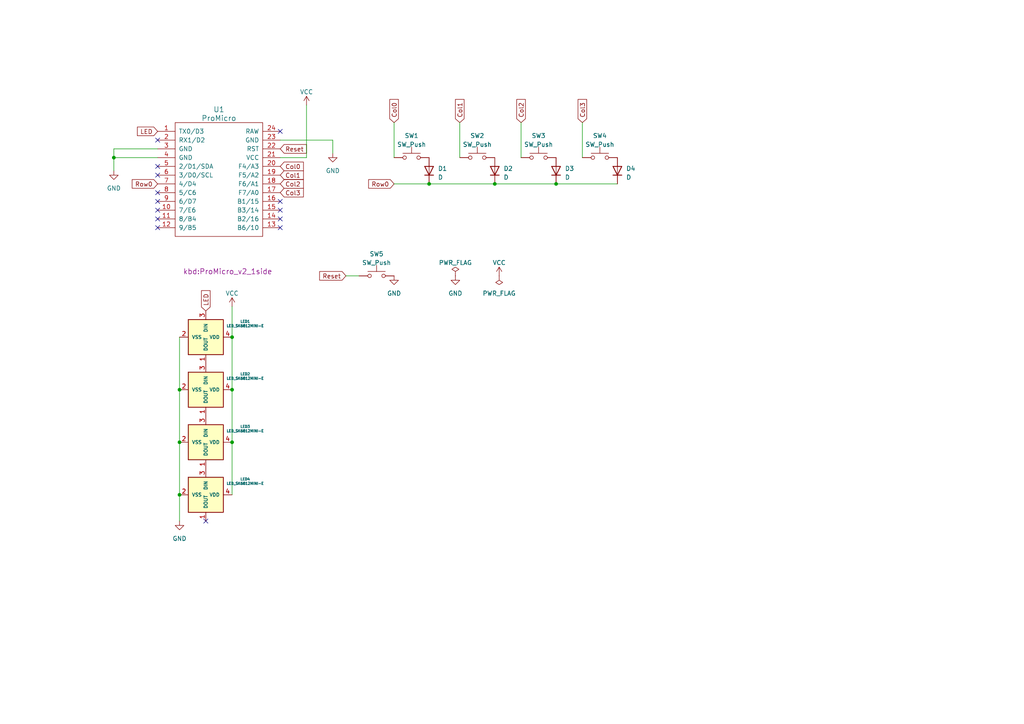
<source format=kicad_sch>
(kicad_sch (version 20230121) (generator eeschema)

  (uuid 09b6d04c-4653-49fa-a591-12dc6561b425)

  (paper "A4")

  (lib_symbols
    (symbol "Device:D" (pin_numbers hide) (pin_names (offset 1.016) hide) (in_bom yes) (on_board yes)
      (property "Reference" "D" (at 0 2.54 0)
        (effects (font (size 1.27 1.27)))
      )
      (property "Value" "D" (at 0 -2.54 0)
        (effects (font (size 1.27 1.27)))
      )
      (property "Footprint" "" (at 0 0 0)
        (effects (font (size 1.27 1.27)) hide)
      )
      (property "Datasheet" "~" (at 0 0 0)
        (effects (font (size 1.27 1.27)) hide)
      )
      (property "Sim.Device" "D" (at 0 0 0)
        (effects (font (size 1.27 1.27)) hide)
      )
      (property "Sim.Pins" "1=K 2=A" (at 0 0 0)
        (effects (font (size 1.27 1.27)) hide)
      )
      (property "ki_keywords" "diode" (at 0 0 0)
        (effects (font (size 1.27 1.27)) hide)
      )
      (property "ki_description" "Diode" (at 0 0 0)
        (effects (font (size 1.27 1.27)) hide)
      )
      (property "ki_fp_filters" "TO-???* *_Diode_* *SingleDiode* D_*" (at 0 0 0)
        (effects (font (size 1.27 1.27)) hide)
      )
      (symbol "D_0_1"
        (polyline
          (pts
            (xy -1.27 1.27)
            (xy -1.27 -1.27)
          )
          (stroke (width 0.254) (type default))
          (fill (type none))
        )
        (polyline
          (pts
            (xy 1.27 0)
            (xy -1.27 0)
          )
          (stroke (width 0) (type default))
          (fill (type none))
        )
        (polyline
          (pts
            (xy 1.27 1.27)
            (xy 1.27 -1.27)
            (xy -1.27 0)
            (xy 1.27 1.27)
          )
          (stroke (width 0.254) (type default))
          (fill (type none))
        )
      )
      (symbol "D_1_1"
        (pin passive line (at -3.81 0 0) (length 2.54)
          (name "K" (effects (font (size 1.27 1.27))))
          (number "1" (effects (font (size 1.27 1.27))))
        )
        (pin passive line (at 3.81 0 180) (length 2.54)
          (name "A" (effects (font (size 1.27 1.27))))
          (number "2" (effects (font (size 1.27 1.27))))
        )
      )
    )
    (symbol "Salicylic_kbd:LED_SK6812MINI-E" (pin_names (offset 1.016)) (in_bom yes) (on_board yes)
      (property "Reference" "LED" (at 5.08 -10.16 0)
        (effects (font (size 0.7366 0.7366)))
      )
      (property "Value" "LED_SK6812MINI-E" (at 8.89 -8.89 0)
        (effects (font (size 0.7366 0.7366)))
      )
      (property "Footprint" "" (at 2.54 -6.35 0)
        (effects (font (size 1.27 1.27)) hide)
      )
      (property "Datasheet" "" (at 2.54 -6.35 0)
        (effects (font (size 1.27 1.27)) hide)
      )
      (symbol "LED_SK6812MINI-E_0_1"
        (rectangle (start -5.08 5.08) (end 5.08 -5.08)
          (stroke (width 0.254) (type solid))
          (fill (type background))
        )
      )
      (symbol "LED_SK6812MINI-E_1_1"
        (pin output line (at 7.62 0 180) (length 2.54)
          (name "DOUT" (effects (font (size 0.9906 0.9906))))
          (number "1" (effects (font (size 1.27 1.27))))
        )
        (pin power_in line (at 0 -7.62 90) (length 2.54)
          (name "VSS" (effects (font (size 0.9906 0.9906))))
          (number "2" (effects (font (size 1.27 1.27))))
        )
        (pin input line (at -7.62 0 0) (length 2.54)
          (name "DIN" (effects (font (size 0.9906 0.9906))))
          (number "3" (effects (font (size 1.27 1.27))))
        )
        (pin power_in line (at 0 7.62 270) (length 2.54)
          (name "VDD" (effects (font (size 0.9906 0.9906))))
          (number "4" (effects (font (size 1.27 1.27))))
        )
      )
    )
    (symbol "Switch:SW_Push" (pin_numbers hide) (pin_names (offset 1.016) hide) (in_bom yes) (on_board yes)
      (property "Reference" "SW" (at 1.27 2.54 0)
        (effects (font (size 1.27 1.27)) (justify left))
      )
      (property "Value" "SW_Push" (at 0 -1.524 0)
        (effects (font (size 1.27 1.27)))
      )
      (property "Footprint" "" (at 0 5.08 0)
        (effects (font (size 1.27 1.27)) hide)
      )
      (property "Datasheet" "~" (at 0 5.08 0)
        (effects (font (size 1.27 1.27)) hide)
      )
      (property "ki_keywords" "switch normally-open pushbutton push-button" (at 0 0 0)
        (effects (font (size 1.27 1.27)) hide)
      )
      (property "ki_description" "Push button switch, generic, two pins" (at 0 0 0)
        (effects (font (size 1.27 1.27)) hide)
      )
      (symbol "SW_Push_0_1"
        (circle (center -2.032 0) (radius 0.508)
          (stroke (width 0) (type default))
          (fill (type none))
        )
        (polyline
          (pts
            (xy 0 1.27)
            (xy 0 3.048)
          )
          (stroke (width 0) (type default))
          (fill (type none))
        )
        (polyline
          (pts
            (xy 2.54 1.27)
            (xy -2.54 1.27)
          )
          (stroke (width 0) (type default))
          (fill (type none))
        )
        (circle (center 2.032 0) (radius 0.508)
          (stroke (width 0) (type default))
          (fill (type none))
        )
        (pin passive line (at -5.08 0 0) (length 2.54)
          (name "1" (effects (font (size 1.27 1.27))))
          (number "1" (effects (font (size 1.27 1.27))))
        )
        (pin passive line (at 5.08 0 180) (length 2.54)
          (name "2" (effects (font (size 1.27 1.27))))
          (number "2" (effects (font (size 1.27 1.27))))
        )
      )
    )
    (symbol "kbd:ProMicro" (pin_names (offset 1.016)) (in_bom yes) (on_board yes)
      (property "Reference" "U" (at 0 19.05 0)
        (effects (font (size 1.524 1.524)))
      )
      (property "Value" "ProMicro" (at 0 -19.05 0)
        (effects (font (size 1.524 1.524)))
      )
      (property "Footprint" "" (at 2.54 -26.67 0)
        (effects (font (size 1.524 1.524)))
      )
      (property "Datasheet" "" (at 2.54 -26.67 0)
        (effects (font (size 1.524 1.524)))
      )
      (symbol "ProMicro_0_1"
        (rectangle (start -12.7 16.51) (end 12.7 -16.51)
          (stroke (width 0) (type solid))
          (fill (type none))
        )
      )
      (symbol "ProMicro_1_1"
        (pin bidirectional line (at -17.78 13.97 0) (length 5.08)
          (name "TX0/D3" (effects (font (size 1.27 1.27))))
          (number "1" (effects (font (size 1.27 1.27))))
        )
        (pin bidirectional line (at -17.78 -8.89 0) (length 5.08)
          (name "7/E6" (effects (font (size 1.27 1.27))))
          (number "10" (effects (font (size 1.27 1.27))))
        )
        (pin bidirectional line (at -17.78 -11.43 0) (length 5.08)
          (name "8/B4" (effects (font (size 1.27 1.27))))
          (number "11" (effects (font (size 1.27 1.27))))
        )
        (pin bidirectional line (at -17.78 -13.97 0) (length 5.08)
          (name "9/B5" (effects (font (size 1.27 1.27))))
          (number "12" (effects (font (size 1.27 1.27))))
        )
        (pin bidirectional line (at 17.78 -13.97 180) (length 5.08)
          (name "B6/10" (effects (font (size 1.27 1.27))))
          (number "13" (effects (font (size 1.27 1.27))))
        )
        (pin bidirectional line (at 17.78 -11.43 180) (length 5.08)
          (name "B2/16" (effects (font (size 1.27 1.27))))
          (number "14" (effects (font (size 1.27 1.27))))
        )
        (pin bidirectional line (at 17.78 -8.89 180) (length 5.08)
          (name "B3/14" (effects (font (size 1.27 1.27))))
          (number "15" (effects (font (size 1.27 1.27))))
        )
        (pin bidirectional line (at 17.78 -6.35 180) (length 5.08)
          (name "B1/15" (effects (font (size 1.27 1.27))))
          (number "16" (effects (font (size 1.27 1.27))))
        )
        (pin bidirectional line (at 17.78 -3.81 180) (length 5.08)
          (name "F7/A0" (effects (font (size 1.27 1.27))))
          (number "17" (effects (font (size 1.27 1.27))))
        )
        (pin bidirectional line (at 17.78 -1.27 180) (length 5.08)
          (name "F6/A1" (effects (font (size 1.27 1.27))))
          (number "18" (effects (font (size 1.27 1.27))))
        )
        (pin bidirectional line (at 17.78 1.27 180) (length 5.08)
          (name "F5/A2" (effects (font (size 1.27 1.27))))
          (number "19" (effects (font (size 1.27 1.27))))
        )
        (pin bidirectional line (at -17.78 11.43 0) (length 5.08)
          (name "RX1/D2" (effects (font (size 1.27 1.27))))
          (number "2" (effects (font (size 1.27 1.27))))
        )
        (pin bidirectional line (at 17.78 3.81 180) (length 5.08)
          (name "F4/A3" (effects (font (size 1.27 1.27))))
          (number "20" (effects (font (size 1.27 1.27))))
        )
        (pin power_in line (at 17.78 6.35 180) (length 5.08)
          (name "VCC" (effects (font (size 1.27 1.27))))
          (number "21" (effects (font (size 1.27 1.27))))
        )
        (pin input line (at 17.78 8.89 180) (length 5.08)
          (name "RST" (effects (font (size 1.27 1.27))))
          (number "22" (effects (font (size 1.27 1.27))))
        )
        (pin power_in line (at 17.78 11.43 180) (length 5.08)
          (name "GND" (effects (font (size 1.27 1.27))))
          (number "23" (effects (font (size 1.27 1.27))))
        )
        (pin power_out line (at 17.78 13.97 180) (length 5.08)
          (name "RAW" (effects (font (size 1.27 1.27))))
          (number "24" (effects (font (size 1.27 1.27))))
        )
        (pin power_in line (at -17.78 8.89 0) (length 5.08)
          (name "GND" (effects (font (size 1.27 1.27))))
          (number "3" (effects (font (size 1.27 1.27))))
        )
        (pin power_in line (at -17.78 6.35 0) (length 5.08)
          (name "GND" (effects (font (size 1.27 1.27))))
          (number "4" (effects (font (size 1.27 1.27))))
        )
        (pin bidirectional line (at -17.78 3.81 0) (length 5.08)
          (name "2/D1/SDA" (effects (font (size 1.27 1.27))))
          (number "5" (effects (font (size 1.27 1.27))))
        )
        (pin bidirectional line (at -17.78 1.27 0) (length 5.08)
          (name "3/D0/SCL" (effects (font (size 1.27 1.27))))
          (number "6" (effects (font (size 1.27 1.27))))
        )
        (pin bidirectional line (at -17.78 -1.27 0) (length 5.08)
          (name "4/D4" (effects (font (size 1.27 1.27))))
          (number "7" (effects (font (size 1.27 1.27))))
        )
        (pin bidirectional line (at -17.78 -3.81 0) (length 5.08)
          (name "5/C6" (effects (font (size 1.27 1.27))))
          (number "8" (effects (font (size 1.27 1.27))))
        )
        (pin bidirectional line (at -17.78 -6.35 0) (length 5.08)
          (name "6/D7" (effects (font (size 1.27 1.27))))
          (number "9" (effects (font (size 1.27 1.27))))
        )
      )
    )
    (symbol "power:GND" (power) (pin_names (offset 0)) (in_bom yes) (on_board yes)
      (property "Reference" "#PWR" (at 0 -6.35 0)
        (effects (font (size 1.27 1.27)) hide)
      )
      (property "Value" "GND" (at 0 -3.81 0)
        (effects (font (size 1.27 1.27)))
      )
      (property "Footprint" "" (at 0 0 0)
        (effects (font (size 1.27 1.27)) hide)
      )
      (property "Datasheet" "" (at 0 0 0)
        (effects (font (size 1.27 1.27)) hide)
      )
      (property "ki_keywords" "global power" (at 0 0 0)
        (effects (font (size 1.27 1.27)) hide)
      )
      (property "ki_description" "Power symbol creates a global label with name \"GND\" , ground" (at 0 0 0)
        (effects (font (size 1.27 1.27)) hide)
      )
      (symbol "GND_0_1"
        (polyline
          (pts
            (xy 0 0)
            (xy 0 -1.27)
            (xy 1.27 -1.27)
            (xy 0 -2.54)
            (xy -1.27 -1.27)
            (xy 0 -1.27)
          )
          (stroke (width 0) (type default))
          (fill (type none))
        )
      )
      (symbol "GND_1_1"
        (pin power_in line (at 0 0 270) (length 0) hide
          (name "GND" (effects (font (size 1.27 1.27))))
          (number "1" (effects (font (size 1.27 1.27))))
        )
      )
    )
    (symbol "power:PWR_FLAG" (power) (pin_numbers hide) (pin_names (offset 0) hide) (in_bom yes) (on_board yes)
      (property "Reference" "#FLG" (at 0 1.905 0)
        (effects (font (size 1.27 1.27)) hide)
      )
      (property "Value" "PWR_FLAG" (at 0 3.81 0)
        (effects (font (size 1.27 1.27)))
      )
      (property "Footprint" "" (at 0 0 0)
        (effects (font (size 1.27 1.27)) hide)
      )
      (property "Datasheet" "~" (at 0 0 0)
        (effects (font (size 1.27 1.27)) hide)
      )
      (property "ki_keywords" "flag power" (at 0 0 0)
        (effects (font (size 1.27 1.27)) hide)
      )
      (property "ki_description" "Special symbol for telling ERC where power comes from" (at 0 0 0)
        (effects (font (size 1.27 1.27)) hide)
      )
      (symbol "PWR_FLAG_0_0"
        (pin power_out line (at 0 0 90) (length 0)
          (name "pwr" (effects (font (size 1.27 1.27))))
          (number "1" (effects (font (size 1.27 1.27))))
        )
      )
      (symbol "PWR_FLAG_0_1"
        (polyline
          (pts
            (xy 0 0)
            (xy 0 1.27)
            (xy -1.016 1.905)
            (xy 0 2.54)
            (xy 1.016 1.905)
            (xy 0 1.27)
          )
          (stroke (width 0) (type default))
          (fill (type none))
        )
      )
    )
    (symbol "power:VCC" (power) (pin_names (offset 0)) (in_bom yes) (on_board yes)
      (property "Reference" "#PWR" (at 0 -3.81 0)
        (effects (font (size 1.27 1.27)) hide)
      )
      (property "Value" "VCC" (at 0 3.81 0)
        (effects (font (size 1.27 1.27)))
      )
      (property "Footprint" "" (at 0 0 0)
        (effects (font (size 1.27 1.27)) hide)
      )
      (property "Datasheet" "" (at 0 0 0)
        (effects (font (size 1.27 1.27)) hide)
      )
      (property "ki_keywords" "global power" (at 0 0 0)
        (effects (font (size 1.27 1.27)) hide)
      )
      (property "ki_description" "Power symbol creates a global label with name \"VCC\"" (at 0 0 0)
        (effects (font (size 1.27 1.27)) hide)
      )
      (symbol "VCC_0_1"
        (polyline
          (pts
            (xy -0.762 1.27)
            (xy 0 2.54)
          )
          (stroke (width 0) (type default))
          (fill (type none))
        )
        (polyline
          (pts
            (xy 0 0)
            (xy 0 2.54)
          )
          (stroke (width 0) (type default))
          (fill (type none))
        )
        (polyline
          (pts
            (xy 0 2.54)
            (xy 0.762 1.27)
          )
          (stroke (width 0) (type default))
          (fill (type none))
        )
      )
      (symbol "VCC_1_1"
        (pin power_in line (at 0 0 90) (length 0) hide
          (name "VCC" (effects (font (size 1.27 1.27))))
          (number "1" (effects (font (size 1.27 1.27))))
        )
      )
    )
  )

  (junction (at 143.51 53.34) (diameter 0) (color 0 0 0 0)
    (uuid 0e97b73b-105a-4a07-9d1a-0289f5f58a0d)
  )
  (junction (at 52.07 143.51) (diameter 0) (color 0 0 0 0)
    (uuid 254fa42e-3797-475a-96cc-55d46f7cd513)
  )
  (junction (at 161.29 53.34) (diameter 0) (color 0 0 0 0)
    (uuid 33bacfd9-b089-4f44-b28c-8461253e7833)
  )
  (junction (at 52.07 113.03) (diameter 0) (color 0 0 0 0)
    (uuid 46eeca5b-fd57-4928-9668-f6b40bccb6db)
  )
  (junction (at 52.07 128.27) (diameter 0) (color 0 0 0 0)
    (uuid 50b4b932-48ff-4de4-ba0f-967b894b0e16)
  )
  (junction (at 67.31 113.03) (diameter 0) (color 0 0 0 0)
    (uuid 55306326-1e81-49c7-8f34-2e106b8d7eab)
  )
  (junction (at 67.31 97.79) (diameter 0) (color 0 0 0 0)
    (uuid 6e460e03-64b9-4779-9d51-eacb1a8121d0)
  )
  (junction (at 67.31 128.27) (diameter 0) (color 0 0 0 0)
    (uuid b8bc51df-f5ac-4f55-8bf8-faf57c816123)
  )
  (junction (at 124.46 53.34) (diameter 0) (color 0 0 0 0)
    (uuid d167df78-95c2-4428-83ce-d5217090449b)
  )
  (junction (at 33.02 45.72) (diameter 0) (color 0 0 0 0)
    (uuid fac0454e-07a4-446e-ae04-2b5645f4e8c8)
  )

  (no_connect (at 45.72 58.42) (uuid 0c6ad8f4-112a-40a8-9bad-3d8143c864ea))
  (no_connect (at 81.28 63.5) (uuid 2065cf39-fd67-4417-bfcd-ce1278ce9c63))
  (no_connect (at 45.72 60.96) (uuid 21a266f7-8d61-42b4-a07f-56e997372813))
  (no_connect (at 45.72 40.64) (uuid 3d63353f-cc2c-4c5a-8c15-4be1fc6f79d5))
  (no_connect (at 81.28 66.04) (uuid 50ecfe3d-cd4f-4016-8854-b57e6d1d5c7e))
  (no_connect (at 59.69 151.13) (uuid a518ea47-fb4e-425f-ba1a-803aec223997))
  (no_connect (at 81.28 38.1) (uuid a855bfb5-3a3e-4b0f-aaf8-01654f67b938))
  (no_connect (at 45.72 50.8) (uuid b157bba9-87ef-4a38-8f90-4ff6b01cc7b2))
  (no_connect (at 45.72 55.88) (uuid ba31b613-ed10-4ab5-a12a-e56648b1f070))
  (no_connect (at 45.72 63.5) (uuid d4e8babb-68ce-4781-be27-6be5bcb64f61))
  (no_connect (at 81.28 58.42) (uuid df26f45e-c279-4322-ae6c-4e1578b8d867))
  (no_connect (at 45.72 66.04) (uuid e173cc22-7686-4a17-81e6-c7cb284e9911))
  (no_connect (at 45.72 48.26) (uuid e8cd3348-4a3b-49b6-a06c-a67abe784579))
  (no_connect (at 81.28 60.96) (uuid ecd3630c-e591-4d12-b105-458aa344ce6f))

  (wire (pts (xy 96.52 40.64) (xy 96.52 44.45))
    (stroke (width 0) (type default))
    (uuid 0296e9f2-75f4-4952-a603-245a0d946af8)
  )
  (wire (pts (xy 33.02 45.72) (xy 33.02 49.53))
    (stroke (width 0) (type default))
    (uuid 0901ad1e-d9d7-4338-8f36-5a15e48b0143)
  )
  (wire (pts (xy 114.3 35.56) (xy 114.3 45.72))
    (stroke (width 0) (type default))
    (uuid 10361af7-0b98-4bc8-862d-895af3b731bd)
  )
  (wire (pts (xy 114.3 53.34) (xy 124.46 53.34))
    (stroke (width 0) (type default))
    (uuid 1583ef40-e4b8-4b47-b29c-857a7d617875)
  )
  (wire (pts (xy 52.07 97.79) (xy 52.07 113.03))
    (stroke (width 0) (type default))
    (uuid 19bea0c6-a1ff-442b-89da-45728e80fa67)
  )
  (wire (pts (xy 100.33 80.01) (xy 104.14 80.01))
    (stroke (width 0) (type default))
    (uuid 2e45fd55-6e7b-4225-9973-cfea5415bd1b)
  )
  (wire (pts (xy 81.28 40.64) (xy 96.52 40.64))
    (stroke (width 0) (type default))
    (uuid 34d59226-2498-412d-bd7c-891f78b7dbfd)
  )
  (wire (pts (xy 81.28 45.72) (xy 88.9 45.72))
    (stroke (width 0) (type default))
    (uuid 39a577ff-9090-489d-9749-8dbd1d6acab2)
  )
  (wire (pts (xy 67.31 97.79) (xy 67.31 113.03))
    (stroke (width 0) (type default))
    (uuid 3db46bf3-e145-4666-b3c9-677e350df45c)
  )
  (wire (pts (xy 151.13 35.56) (xy 151.13 45.72))
    (stroke (width 0) (type default))
    (uuid 4b07dc2d-f6e2-4280-b59c-3437739ff5ec)
  )
  (wire (pts (xy 143.51 53.34) (xy 161.29 53.34))
    (stroke (width 0) (type default))
    (uuid 6050e491-cfad-46c5-9bfb-c87c8df18056)
  )
  (wire (pts (xy 52.07 113.03) (xy 52.07 128.27))
    (stroke (width 0) (type default))
    (uuid 6b143ff2-6dd5-437a-a5c0-4cecdab7ddce)
  )
  (wire (pts (xy 52.07 128.27) (xy 52.07 143.51))
    (stroke (width 0) (type default))
    (uuid 7dea199c-7fdd-4a2b-842c-beb5e4939424)
  )
  (wire (pts (xy 124.46 53.34) (xy 143.51 53.34))
    (stroke (width 0) (type default))
    (uuid 878896d6-9db5-441f-943e-b6910380fd3d)
  )
  (wire (pts (xy 67.31 113.03) (xy 67.31 128.27))
    (stroke (width 0) (type default))
    (uuid a50fb5ab-ff12-4f0c-906a-157f1bb0da36)
  )
  (wire (pts (xy 161.29 53.34) (xy 179.07 53.34))
    (stroke (width 0) (type default))
    (uuid a8efdf1f-d1df-4e92-95e1-40f471ad6cc2)
  )
  (wire (pts (xy 33.02 43.18) (xy 45.72 43.18))
    (stroke (width 0) (type default))
    (uuid b2060c50-e568-45fb-816d-36ae34ac72a7)
  )
  (wire (pts (xy 168.91 35.56) (xy 168.91 45.72))
    (stroke (width 0) (type default))
    (uuid c8c41cd3-24c2-4476-900d-b019b91eb494)
  )
  (wire (pts (xy 67.31 128.27) (xy 67.31 143.51))
    (stroke (width 0) (type default))
    (uuid caf85f86-6132-418d-a09c-0b2f529274f5)
  )
  (wire (pts (xy 52.07 143.51) (xy 52.07 151.13))
    (stroke (width 0) (type default))
    (uuid ce87cc4f-69b2-40b6-a3c1-0e9c0af3f21e)
  )
  (wire (pts (xy 33.02 43.18) (xy 33.02 45.72))
    (stroke (width 0) (type default))
    (uuid d7cc81f7-e7d0-49dc-8194-f9d2cd31a975)
  )
  (wire (pts (xy 88.9 30.48) (xy 88.9 45.72))
    (stroke (width 0) (type default))
    (uuid e9cafebb-bd73-40af-9c10-6d71a7d36617)
  )
  (wire (pts (xy 133.35 35.56) (xy 133.35 45.72))
    (stroke (width 0) (type default))
    (uuid ec37f83d-d3f9-46ff-986b-9d8f58d9468e)
  )
  (wire (pts (xy 33.02 45.72) (xy 45.72 45.72))
    (stroke (width 0) (type default))
    (uuid f710ea58-09fb-4b12-a6e4-5e4d01822c9b)
  )
  (wire (pts (xy 67.31 88.9) (xy 67.31 97.79))
    (stroke (width 0) (type default))
    (uuid f7c299df-a539-40f1-b5c6-1a3031f33e2e)
  )

  (global_label "Col3" (shape input) (at 81.28 55.88 0) (fields_autoplaced)
    (effects (font (size 1.27 1.27)) (justify left))
    (uuid 0a981b03-74c1-4f10-a315-bd57c132d1ba)
    (property "Intersheetrefs" "${INTERSHEET_REFS}" (at 88.4795 55.88 0)
      (effects (font (size 1.27 1.27)) (justify left) hide)
    )
  )
  (global_label "Col0" (shape input) (at 81.28 48.26 0) (fields_autoplaced)
    (effects (font (size 1.27 1.27)) (justify left))
    (uuid 109ae7c9-0103-444c-b7f3-87e3d066cbba)
    (property "Intersheetrefs" "${INTERSHEET_REFS}" (at 88.4795 48.26 0)
      (effects (font (size 1.27 1.27)) (justify left) hide)
    )
  )
  (global_label "LED" (shape input) (at 45.72 38.1 180) (fields_autoplaced)
    (effects (font (size 1.27 1.27)) (justify right))
    (uuid 2d50b74f-cc7c-43c8-9502-5e487be2fd1f)
    (property "Intersheetrefs" "${INTERSHEET_REFS}" (at 39.3671 38.1 0)
      (effects (font (size 1.27 1.27)) (justify right) hide)
    )
  )
  (global_label "Reset" (shape input) (at 100.33 80.01 180) (fields_autoplaced)
    (effects (font (size 1.27 1.27)) (justify right))
    (uuid 46a730a5-1fc1-4cde-9486-34b4ada65a41)
    (property "Intersheetrefs" "${INTERSHEET_REFS}" (at 92.2232 80.01 0)
      (effects (font (size 1.27 1.27)) (justify right) hide)
    )
  )
  (global_label "Row0" (shape input) (at 114.3 53.34 180) (fields_autoplaced)
    (effects (font (size 1.27 1.27)) (justify right))
    (uuid 5a02103b-2e5c-44a4-a99d-abbdee46ea97)
    (property "Intersheetrefs" "${INTERSHEET_REFS}" (at 106.4352 53.34 0)
      (effects (font (size 1.27 1.27)) (justify right) hide)
    )
  )
  (global_label "Col0" (shape input) (at 114.3 35.56 90) (fields_autoplaced)
    (effects (font (size 1.27 1.27)) (justify left))
    (uuid 7a93f524-e7ba-4e70-8374-7cba52508c35)
    (property "Intersheetrefs" "${INTERSHEET_REFS}" (at 114.3 28.3605 90)
      (effects (font (size 1.27 1.27)) (justify left) hide)
    )
  )
  (global_label "Col3" (shape input) (at 168.91 35.56 90) (fields_autoplaced)
    (effects (font (size 1.27 1.27)) (justify left))
    (uuid 847d5fc4-2b62-4687-b512-ab18c32f0274)
    (property "Intersheetrefs" "${INTERSHEET_REFS}" (at 168.91 28.3605 90)
      (effects (font (size 1.27 1.27)) (justify left) hide)
    )
  )
  (global_label "Col2" (shape input) (at 81.28 53.34 0) (fields_autoplaced)
    (effects (font (size 1.27 1.27)) (justify left))
    (uuid 84e309e0-e687-4e6e-b690-953b34db6132)
    (property "Intersheetrefs" "${INTERSHEET_REFS}" (at 88.4795 53.34 0)
      (effects (font (size 1.27 1.27)) (justify left) hide)
    )
  )
  (global_label "Row0" (shape input) (at 45.72 53.34 180) (fields_autoplaced)
    (effects (font (size 1.27 1.27)) (justify right))
    (uuid 8ceb9d83-a05c-4ee2-bef7-4fb34892e0ac)
    (property "Intersheetrefs" "${INTERSHEET_REFS}" (at 37.8552 53.34 0)
      (effects (font (size 1.27 1.27)) (justify right) hide)
    )
  )
  (global_label "Col2" (shape input) (at 151.13 35.56 90) (fields_autoplaced)
    (effects (font (size 1.27 1.27)) (justify left))
    (uuid 91066e5a-8c0c-4249-80e4-68db52786f69)
    (property "Intersheetrefs" "${INTERSHEET_REFS}" (at 151.13 28.3605 90)
      (effects (font (size 1.27 1.27)) (justify left) hide)
    )
  )
  (global_label "LED" (shape input) (at 59.69 90.17 90) (fields_autoplaced)
    (effects (font (size 1.27 1.27)) (justify left))
    (uuid af4bdf26-e038-491f-9d52-4288b614090c)
    (property "Intersheetrefs" "${INTERSHEET_REFS}" (at 59.69 83.8171 90)
      (effects (font (size 1.27 1.27)) (justify left) hide)
    )
  )
  (global_label "Col1" (shape input) (at 81.28 50.8 0) (fields_autoplaced)
    (effects (font (size 1.27 1.27)) (justify left))
    (uuid cfacf15c-0bc3-4ca4-b3a9-564c75848c5a)
    (property "Intersheetrefs" "${INTERSHEET_REFS}" (at 88.4795 50.8 0)
      (effects (font (size 1.27 1.27)) (justify left) hide)
    )
  )
  (global_label "Reset" (shape input) (at 81.28 43.18 0) (fields_autoplaced)
    (effects (font (size 1.27 1.27)) (justify left))
    (uuid f0b93606-d18d-45ea-8484-7036fe66bdb4)
    (property "Intersheetrefs" "${INTERSHEET_REFS}" (at 89.3868 43.18 0)
      (effects (font (size 1.27 1.27)) (justify left) hide)
    )
  )
  (global_label "Col1" (shape input) (at 133.35 35.56 90) (fields_autoplaced)
    (effects (font (size 1.27 1.27)) (justify left))
    (uuid f3c274f0-f2f2-4ff7-8b7e-5c84b92be493)
    (property "Intersheetrefs" "${INTERSHEET_REFS}" (at 133.35 28.3605 90)
      (effects (font (size 1.27 1.27)) (justify left) hide)
    )
  )

  (symbol (lib_id "Salicylic_kbd:LED_SK6812MINI-E") (at 59.69 97.79 270) (unit 1)
    (in_bom yes) (on_board yes) (dnp no) (fields_autoplaced)
    (uuid 0954f025-ec73-4500-9c58-495bb3c9b5df)
    (property "Reference" "LED1" (at 71.12 93.2433 90)
      (effects (font (size 0.7366 0.7366)))
    )
    (property "Value" "LED_SK6812MINI-E" (at 71.12 94.5133 90)
      (effects (font (size 0.7366 0.7366)))
    )
    (property "Footprint" "kbd_Parts:LED_SK6812MINI-E_BL" (at 53.34 100.33 0)
      (effects (font (size 1.27 1.27)) hide)
    )
    (property "Datasheet" "" (at 53.34 100.33 0)
      (effects (font (size 1.27 1.27)) hide)
    )
    (pin "1" (uuid 831432ff-d56a-4d12-bdef-f52616f1bb07))
    (pin "2" (uuid 843d6c95-42bd-4382-a527-638bb23f4508))
    (pin "3" (uuid 4dbccf0a-c19d-4607-9138-2d0c19112571))
    (pin "4" (uuid e03965c8-26d8-44d6-9984-d027d1caa3ec))
    (instances
      (project "kosame4"
        (path "/09b6d04c-4653-49fa-a591-12dc6561b425"
          (reference "LED1") (unit 1)
        )
      )
    )
  )

  (symbol (lib_id "power:GND") (at 52.07 151.13 0) (unit 1)
    (in_bom yes) (on_board yes) (dnp no) (fields_autoplaced)
    (uuid 0a07b0d5-73d2-4c4b-85e9-cd5a854603f0)
    (property "Reference" "#PWR06" (at 52.07 157.48 0)
      (effects (font (size 1.27 1.27)) hide)
    )
    (property "Value" "GND" (at 52.07 156.21 0)
      (effects (font (size 1.27 1.27)))
    )
    (property "Footprint" "" (at 52.07 151.13 0)
      (effects (font (size 1.27 1.27)) hide)
    )
    (property "Datasheet" "" (at 52.07 151.13 0)
      (effects (font (size 1.27 1.27)) hide)
    )
    (pin "1" (uuid be7f0915-5186-4eae-ad3d-c82280fac2e2))
    (instances
      (project "kosame4"
        (path "/09b6d04c-4653-49fa-a591-12dc6561b425"
          (reference "#PWR06") (unit 1)
        )
      )
    )
  )

  (symbol (lib_id "Salicylic_kbd:LED_SK6812MINI-E") (at 59.69 143.51 270) (unit 1)
    (in_bom yes) (on_board yes) (dnp no) (fields_autoplaced)
    (uuid 135f827e-bb9a-4a24-846c-5ceeff7aa502)
    (property "Reference" "LED4" (at 71.12 138.9633 90)
      (effects (font (size 0.7366 0.7366)))
    )
    (property "Value" "LED_SK6812MINI-E" (at 71.12 140.2333 90)
      (effects (font (size 0.7366 0.7366)))
    )
    (property "Footprint" "kbd_Parts:LED_SK6812MINI-E_BL" (at 53.34 146.05 0)
      (effects (font (size 1.27 1.27)) hide)
    )
    (property "Datasheet" "" (at 53.34 146.05 0)
      (effects (font (size 1.27 1.27)) hide)
    )
    (pin "1" (uuid 16217bde-8a7a-456b-a7ab-753a1062010e))
    (pin "2" (uuid 9620939d-2066-4f39-aaef-664791382231))
    (pin "3" (uuid 2e04d220-7e5d-4ed9-ab37-b9746b341678))
    (pin "4" (uuid f1277158-4a4e-479b-a34d-8296a651c63e))
    (instances
      (project "kosame4"
        (path "/09b6d04c-4653-49fa-a591-12dc6561b425"
          (reference "LED4") (unit 1)
        )
      )
    )
  )

  (symbol (lib_id "Device:D") (at 143.51 49.53 90) (unit 1)
    (in_bom yes) (on_board yes) (dnp no) (fields_autoplaced)
    (uuid 14716311-3b7d-4e60-b9db-1baea6631711)
    (property "Reference" "D2" (at 146.05 48.895 90)
      (effects (font (size 1.27 1.27)) (justify right))
    )
    (property "Value" "D" (at 146.05 51.435 90)
      (effects (font (size 1.27 1.27)) (justify right))
    )
    (property "Footprint" "kbd_Parts:Diode_TH_SMD" (at 143.51 49.53 0)
      (effects (font (size 1.27 1.27)) hide)
    )
    (property "Datasheet" "~" (at 143.51 49.53 0)
      (effects (font (size 1.27 1.27)) hide)
    )
    (property "Sim.Device" "D" (at 143.51 49.53 0)
      (effects (font (size 1.27 1.27)) hide)
    )
    (property "Sim.Pins" "1=K 2=A" (at 143.51 49.53 0)
      (effects (font (size 1.27 1.27)) hide)
    )
    (pin "1" (uuid 89ee9f16-fa1e-4d9a-8a2c-2d4f02b5d9dc))
    (pin "2" (uuid d0e2490d-646a-4e31-a492-52a787761060))
    (instances
      (project "kosame4"
        (path "/09b6d04c-4653-49fa-a591-12dc6561b425"
          (reference "D2") (unit 1)
        )
      )
    )
  )

  (symbol (lib_id "power:GND") (at 96.52 44.45 0) (unit 1)
    (in_bom yes) (on_board yes) (dnp no) (fields_autoplaced)
    (uuid 1f7aee9d-740f-48d8-a8b4-39e609949887)
    (property "Reference" "#PWR04" (at 96.52 50.8 0)
      (effects (font (size 1.27 1.27)) hide)
    )
    (property "Value" "GND" (at 96.52 49.53 0)
      (effects (font (size 1.27 1.27)))
    )
    (property "Footprint" "" (at 96.52 44.45 0)
      (effects (font (size 1.27 1.27)) hide)
    )
    (property "Datasheet" "" (at 96.52 44.45 0)
      (effects (font (size 1.27 1.27)) hide)
    )
    (pin "1" (uuid 5d38bc0a-ef57-43b9-b92c-3c35fe931a27))
    (instances
      (project "kosame4"
        (path "/09b6d04c-4653-49fa-a591-12dc6561b425"
          (reference "#PWR04") (unit 1)
        )
      )
    )
  )

  (symbol (lib_id "power:VCC") (at 88.9 30.48 0) (unit 1)
    (in_bom yes) (on_board yes) (dnp no) (fields_autoplaced)
    (uuid 32eb2337-9ffe-44b3-97bd-c1cfda58297f)
    (property "Reference" "#PWR05" (at 88.9 34.29 0)
      (effects (font (size 1.27 1.27)) hide)
    )
    (property "Value" "VCC" (at 88.9 26.67 0)
      (effects (font (size 1.27 1.27)))
    )
    (property "Footprint" "" (at 88.9 30.48 0)
      (effects (font (size 1.27 1.27)) hide)
    )
    (property "Datasheet" "" (at 88.9 30.48 0)
      (effects (font (size 1.27 1.27)) hide)
    )
    (pin "1" (uuid f52eaf08-6bdb-4356-b5e0-d9b1ef51f008))
    (instances
      (project "kosame4"
        (path "/09b6d04c-4653-49fa-a591-12dc6561b425"
          (reference "#PWR05") (unit 1)
        )
      )
    )
  )

  (symbol (lib_id "Salicylic_kbd:LED_SK6812MINI-E") (at 59.69 128.27 270) (unit 1)
    (in_bom yes) (on_board yes) (dnp no) (fields_autoplaced)
    (uuid 58f8086a-61bc-4e27-85de-824707cc6f77)
    (property "Reference" "LED3" (at 71.12 123.7233 90)
      (effects (font (size 0.7366 0.7366)))
    )
    (property "Value" "LED_SK6812MINI-E" (at 71.12 124.9933 90)
      (effects (font (size 0.7366 0.7366)))
    )
    (property "Footprint" "kbd_Parts:LED_SK6812MINI-E_BL" (at 53.34 130.81 0)
      (effects (font (size 1.27 1.27)) hide)
    )
    (property "Datasheet" "" (at 53.34 130.81 0)
      (effects (font (size 1.27 1.27)) hide)
    )
    (pin "1" (uuid f8ec34ef-2035-44f0-894e-ca61737bfea5))
    (pin "2" (uuid b9dae127-d137-4ed9-99fa-d770754909a0))
    (pin "3" (uuid 7a1b0647-86ad-4657-80c7-57ff98c542cf))
    (pin "4" (uuid 451342e7-1279-42e6-be10-af67c4c499bb))
    (instances
      (project "kosame4"
        (path "/09b6d04c-4653-49fa-a591-12dc6561b425"
          (reference "LED3") (unit 1)
        )
      )
    )
  )

  (symbol (lib_id "Switch:SW_Push") (at 173.99 45.72 0) (unit 1)
    (in_bom yes) (on_board yes) (dnp no) (fields_autoplaced)
    (uuid 599ae4a1-988a-4196-8e29-d254a987ea23)
    (property "Reference" "SW4" (at 173.99 39.37 0)
      (effects (font (size 1.27 1.27)))
    )
    (property "Value" "SW_Push" (at 173.99 41.91 0)
      (effects (font (size 1.27 1.27)))
    )
    (property "Footprint" "kbd:CherryMX_Hotswap" (at 173.99 40.64 0)
      (effects (font (size 1.27 1.27)) hide)
    )
    (property "Datasheet" "~" (at 173.99 40.64 0)
      (effects (font (size 1.27 1.27)) hide)
    )
    (pin "1" (uuid c3752a8e-569a-4d89-9571-53c32c4a46e2))
    (pin "2" (uuid 3f210163-0389-427a-b7fc-5d19059d5459))
    (instances
      (project "kosame4"
        (path "/09b6d04c-4653-49fa-a591-12dc6561b425"
          (reference "SW4") (unit 1)
        )
      )
    )
  )

  (symbol (lib_id "Device:D") (at 179.07 49.53 90) (unit 1)
    (in_bom yes) (on_board yes) (dnp no) (fields_autoplaced)
    (uuid 5d5890a7-3f69-4cf4-84d4-f2cf08d4ff11)
    (property "Reference" "D4" (at 181.61 48.895 90)
      (effects (font (size 1.27 1.27)) (justify right))
    )
    (property "Value" "D" (at 181.61 51.435 90)
      (effects (font (size 1.27 1.27)) (justify right))
    )
    (property "Footprint" "kbd_Parts:Diode_TH_SMD" (at 179.07 49.53 0)
      (effects (font (size 1.27 1.27)) hide)
    )
    (property "Datasheet" "~" (at 179.07 49.53 0)
      (effects (font (size 1.27 1.27)) hide)
    )
    (property "Sim.Device" "D" (at 179.07 49.53 0)
      (effects (font (size 1.27 1.27)) hide)
    )
    (property "Sim.Pins" "1=K 2=A" (at 179.07 49.53 0)
      (effects (font (size 1.27 1.27)) hide)
    )
    (pin "1" (uuid a85f820d-2d9f-4c81-b34d-2d58b0540085))
    (pin "2" (uuid a2ed2a8b-51e3-49fa-8ab2-5566fb40730c))
    (instances
      (project "kosame4"
        (path "/09b6d04c-4653-49fa-a591-12dc6561b425"
          (reference "D4") (unit 1)
        )
      )
    )
  )

  (symbol (lib_id "Salicylic_kbd:LED_SK6812MINI-E") (at 59.69 113.03 270) (unit 1)
    (in_bom yes) (on_board yes) (dnp no) (fields_autoplaced)
    (uuid 5d7cdd86-f062-43c8-91c8-903f0ed4a430)
    (property "Reference" "LED2" (at 71.12 108.4833 90)
      (effects (font (size 0.7366 0.7366)))
    )
    (property "Value" "LED_SK6812MINI-E" (at 71.12 109.7533 90)
      (effects (font (size 0.7366 0.7366)))
    )
    (property "Footprint" "kbd_Parts:LED_SK6812MINI-E_BL" (at 53.34 115.57 0)
      (effects (font (size 1.27 1.27)) hide)
    )
    (property "Datasheet" "" (at 53.34 115.57 0)
      (effects (font (size 1.27 1.27)) hide)
    )
    (pin "1" (uuid abeaadfd-fd3e-48e9-aac3-238bf2098d48))
    (pin "2" (uuid 5bfff75b-e4c7-4bfe-96b4-569bb006a90c))
    (pin "3" (uuid 4e8898f5-64ed-4a54-bc5b-d9af271a3e6f))
    (pin "4" (uuid 055bc5fd-88e3-4446-9f4c-6f4807a628f0))
    (instances
      (project "kosame4"
        (path "/09b6d04c-4653-49fa-a591-12dc6561b425"
          (reference "LED2") (unit 1)
        )
      )
    )
  )

  (symbol (lib_id "Switch:SW_Push") (at 119.38 45.72 0) (unit 1)
    (in_bom yes) (on_board yes) (dnp no) (fields_autoplaced)
    (uuid 5fa65553-100c-453b-be2f-68d110938365)
    (property "Reference" "SW1" (at 119.38 39.37 0)
      (effects (font (size 1.27 1.27)))
    )
    (property "Value" "SW_Push" (at 119.38 41.91 0)
      (effects (font (size 1.27 1.27)))
    )
    (property "Footprint" "kbd:CherryMX_Hotswap" (at 119.38 40.64 0)
      (effects (font (size 1.27 1.27)) hide)
    )
    (property "Datasheet" "~" (at 119.38 40.64 0)
      (effects (font (size 1.27 1.27)) hide)
    )
    (pin "1" (uuid b34f20d9-b7d9-4055-8725-029fe25f86c3))
    (pin "2" (uuid 9ba2dd38-7458-4586-baa9-68f2a18b9d43))
    (instances
      (project "kosame4"
        (path "/09b6d04c-4653-49fa-a591-12dc6561b425"
          (reference "SW1") (unit 1)
        )
      )
    )
  )

  (symbol (lib_id "Device:D") (at 161.29 49.53 90) (unit 1)
    (in_bom yes) (on_board yes) (dnp no) (fields_autoplaced)
    (uuid 71fb1b39-9dc4-40ba-8cf0-9ecc80fd2b7b)
    (property "Reference" "D3" (at 163.83 48.895 90)
      (effects (font (size 1.27 1.27)) (justify right))
    )
    (property "Value" "D" (at 163.83 51.435 90)
      (effects (font (size 1.27 1.27)) (justify right))
    )
    (property "Footprint" "kbd_Parts:Diode_TH_SMD" (at 161.29 49.53 0)
      (effects (font (size 1.27 1.27)) hide)
    )
    (property "Datasheet" "~" (at 161.29 49.53 0)
      (effects (font (size 1.27 1.27)) hide)
    )
    (property "Sim.Device" "D" (at 161.29 49.53 0)
      (effects (font (size 1.27 1.27)) hide)
    )
    (property "Sim.Pins" "1=K 2=A" (at 161.29 49.53 0)
      (effects (font (size 1.27 1.27)) hide)
    )
    (pin "1" (uuid 0f046b3c-6331-49b3-929c-a58b28f41dc2))
    (pin "2" (uuid 880a8c6f-980f-40ba-a4b9-21e2fae11dc4))
    (instances
      (project "kosame4"
        (path "/09b6d04c-4653-49fa-a591-12dc6561b425"
          (reference "D3") (unit 1)
        )
      )
    )
  )

  (symbol (lib_id "power:VCC") (at 67.31 88.9 0) (unit 1)
    (in_bom yes) (on_board yes) (dnp no) (fields_autoplaced)
    (uuid 7a75fae4-ffbe-44a6-8beb-6bbedbd3c434)
    (property "Reference" "#PWR08" (at 67.31 92.71 0)
      (effects (font (size 1.27 1.27)) hide)
    )
    (property "Value" "VCC" (at 67.31 85.09 0)
      (effects (font (size 1.27 1.27)))
    )
    (property "Footprint" "" (at 67.31 88.9 0)
      (effects (font (size 1.27 1.27)) hide)
    )
    (property "Datasheet" "" (at 67.31 88.9 0)
      (effects (font (size 1.27 1.27)) hide)
    )
    (pin "1" (uuid 006c18c3-962c-4297-b201-e269a9d8dad7))
    (instances
      (project "kosame4"
        (path "/09b6d04c-4653-49fa-a591-12dc6561b425"
          (reference "#PWR08") (unit 1)
        )
      )
    )
  )

  (symbol (lib_id "kbd:ProMicro") (at 63.5 52.07 0) (unit 1)
    (in_bom yes) (on_board yes) (dnp no) (fields_autoplaced)
    (uuid 7c3cd04d-f763-4278-b1aa-a5e0d67fdc36)
    (property "Reference" "U1" (at 63.5 31.75 0)
      (effects (font (size 1.524 1.524)))
    )
    (property "Value" "ProMicro" (at 63.5 34.29 0)
      (effects (font (size 1.524 1.524)))
    )
    (property "Footprint" "kbd:ProMicro_v2_1side" (at 66.04 78.74 0)
      (effects (font (size 1.524 1.524)))
    )
    (property "Datasheet" "" (at 66.04 78.74 0)
      (effects (font (size 1.524 1.524)))
    )
    (pin "1" (uuid bd14bab6-ed84-4d42-9a22-af32ff9b6a60))
    (pin "10" (uuid f197d0c5-84b9-4075-a0be-685ce2826abd))
    (pin "11" (uuid f007a110-5155-4e9b-b1fc-7eeab7096a20))
    (pin "12" (uuid 50ebc02a-3e03-4db7-8aef-33c0d68f2bd2))
    (pin "13" (uuid c4cc12d8-beb3-4950-8eb2-a7f4a3230b63))
    (pin "14" (uuid 573d0805-ecf5-455c-9091-576d7739d933))
    (pin "15" (uuid 6cabbe57-086a-4388-91cf-c13737d84d11))
    (pin "16" (uuid 5f4c6841-166a-4bcf-8861-49c0f20d4e3a))
    (pin "17" (uuid 851745f2-3e31-4be2-af55-b2cc8c6ce151))
    (pin "18" (uuid d43f4dc2-b914-4473-8ea1-64e7a1c214c2))
    (pin "19" (uuid 293f0abb-578b-45ee-89a1-114c70e84a10))
    (pin "2" (uuid 1723ac48-4b1f-40fe-80f6-0d244c99eed3))
    (pin "20" (uuid 97a948b3-5a08-4a0e-8df4-6f2391093324))
    (pin "21" (uuid 0ecbaf2f-c5cc-445a-98bd-1b905a359375))
    (pin "22" (uuid eaa5d208-9668-4b0f-bccb-7ba1bc18d11b))
    (pin "23" (uuid e84b2d59-18e8-4656-8642-cffed73bd40a))
    (pin "24" (uuid b38c0574-477b-4ad3-9cd1-4dfa5b206b1a))
    (pin "3" (uuid 773a4045-4a5d-4f83-87d9-4fa0800c2ea2))
    (pin "4" (uuid 22af98c7-03f5-4ec9-b6b0-99993771f620))
    (pin "5" (uuid 23f2512e-2061-44b0-8808-adbddd3c01ca))
    (pin "6" (uuid 9a334cf8-c772-45f0-98fe-e996e8470f23))
    (pin "7" (uuid 632f1b6e-096d-4bba-9492-094a3c85d10c))
    (pin "8" (uuid 6308d07c-b6e2-4f1e-998c-03b0a7afba6c))
    (pin "9" (uuid e7635dd0-d998-4355-bc40-e3c60ddee4be))
    (instances
      (project "kosame4"
        (path "/09b6d04c-4653-49fa-a591-12dc6561b425"
          (reference "U1") (unit 1)
        )
      )
    )
  )

  (symbol (lib_id "power:PWR_FLAG") (at 132.08 80.01 0) (unit 1)
    (in_bom yes) (on_board yes) (dnp no) (fields_autoplaced)
    (uuid 88b85464-d83f-4a35-9ebe-26543b81876b)
    (property "Reference" "#FLG01" (at 132.08 78.105 0)
      (effects (font (size 1.27 1.27)) hide)
    )
    (property "Value" "PWR_FLAG" (at 132.08 76.2 0)
      (effects (font (size 1.27 1.27)))
    )
    (property "Footprint" "" (at 132.08 80.01 0)
      (effects (font (size 1.27 1.27)) hide)
    )
    (property "Datasheet" "~" (at 132.08 80.01 0)
      (effects (font (size 1.27 1.27)) hide)
    )
    (pin "1" (uuid af2d0e45-9586-4522-b3ad-f2844b01368a))
    (instances
      (project "kosame4"
        (path "/09b6d04c-4653-49fa-a591-12dc6561b425"
          (reference "#FLG01") (unit 1)
        )
      )
    )
  )

  (symbol (lib_id "power:GND") (at 114.3 80.01 0) (unit 1)
    (in_bom yes) (on_board yes) (dnp no) (fields_autoplaced)
    (uuid 979f7117-5ac3-4dda-8582-cbe72972189a)
    (property "Reference" "#PWR09" (at 114.3 86.36 0)
      (effects (font (size 1.27 1.27)) hide)
    )
    (property "Value" "GND" (at 114.3 85.09 0)
      (effects (font (size 1.27 1.27)))
    )
    (property "Footprint" "" (at 114.3 80.01 0)
      (effects (font (size 1.27 1.27)) hide)
    )
    (property "Datasheet" "" (at 114.3 80.01 0)
      (effects (font (size 1.27 1.27)) hide)
    )
    (pin "1" (uuid e452ae20-6d8a-446e-9614-ba5f4b9bbd03))
    (instances
      (project "kosame4"
        (path "/09b6d04c-4653-49fa-a591-12dc6561b425"
          (reference "#PWR09") (unit 1)
        )
      )
    )
  )

  (symbol (lib_id "power:VCC") (at 144.78 80.01 0) (unit 1)
    (in_bom yes) (on_board yes) (dnp no) (fields_autoplaced)
    (uuid be3a6edb-3d27-42ac-a395-9447986994c1)
    (property "Reference" "#PWR02" (at 144.78 83.82 0)
      (effects (font (size 1.27 1.27)) hide)
    )
    (property "Value" "VCC" (at 144.78 76.2 0)
      (effects (font (size 1.27 1.27)))
    )
    (property "Footprint" "" (at 144.78 80.01 0)
      (effects (font (size 1.27 1.27)) hide)
    )
    (property "Datasheet" "" (at 144.78 80.01 0)
      (effects (font (size 1.27 1.27)) hide)
    )
    (pin "1" (uuid 4d33a1c1-9526-4105-8cce-a602435a6a29))
    (instances
      (project "kosame4"
        (path "/09b6d04c-4653-49fa-a591-12dc6561b425"
          (reference "#PWR02") (unit 1)
        )
      )
    )
  )

  (symbol (lib_id "Switch:SW_Push") (at 156.21 45.72 0) (unit 1)
    (in_bom yes) (on_board yes) (dnp no) (fields_autoplaced)
    (uuid c29a1036-3b93-46c1-a7f7-b19d1fb9d30d)
    (property "Reference" "SW3" (at 156.21 39.37 0)
      (effects (font (size 1.27 1.27)))
    )
    (property "Value" "SW_Push" (at 156.21 41.91 0)
      (effects (font (size 1.27 1.27)))
    )
    (property "Footprint" "kbd:CherryMX_Hotswap" (at 156.21 40.64 0)
      (effects (font (size 1.27 1.27)) hide)
    )
    (property "Datasheet" "~" (at 156.21 40.64 0)
      (effects (font (size 1.27 1.27)) hide)
    )
    (pin "1" (uuid 2ed08c7b-3183-4281-9913-5c45c6335688))
    (pin "2" (uuid cb87be98-6e7a-4dc7-803e-91d644bae41c))
    (instances
      (project "kosame4"
        (path "/09b6d04c-4653-49fa-a591-12dc6561b425"
          (reference "SW3") (unit 1)
        )
      )
    )
  )

  (symbol (lib_id "power:GND") (at 132.08 80.01 0) (unit 1)
    (in_bom yes) (on_board yes) (dnp no) (fields_autoplaced)
    (uuid cbb4042b-a3ea-4e77-b268-bc9858c5b1e2)
    (property "Reference" "#PWR01" (at 132.08 86.36 0)
      (effects (font (size 1.27 1.27)) hide)
    )
    (property "Value" "GND" (at 132.08 85.09 0)
      (effects (font (size 1.27 1.27)))
    )
    (property "Footprint" "" (at 132.08 80.01 0)
      (effects (font (size 1.27 1.27)) hide)
    )
    (property "Datasheet" "" (at 132.08 80.01 0)
      (effects (font (size 1.27 1.27)) hide)
    )
    (pin "1" (uuid 0cf2bfe7-752b-4401-9780-216457703d01))
    (instances
      (project "kosame4"
        (path "/09b6d04c-4653-49fa-a591-12dc6561b425"
          (reference "#PWR01") (unit 1)
        )
      )
    )
  )

  (symbol (lib_id "Switch:SW_Push") (at 109.22 80.01 0) (unit 1)
    (in_bom yes) (on_board yes) (dnp no) (fields_autoplaced)
    (uuid de97cabe-7f2e-4f80-bd87-077245c716e0)
    (property "Reference" "SW5" (at 109.22 73.66 0)
      (effects (font (size 1.27 1.27)))
    )
    (property "Value" "SW_Push" (at 109.22 76.2 0)
      (effects (font (size 1.27 1.27)))
    )
    (property "Footprint" "kbd:ResetSW_1side" (at 109.22 74.93 0)
      (effects (font (size 1.27 1.27)) hide)
    )
    (property "Datasheet" "~" (at 109.22 74.93 0)
      (effects (font (size 1.27 1.27)) hide)
    )
    (pin "1" (uuid 7d8c728f-2319-45c9-b169-8e5e69ea7911))
    (pin "2" (uuid f98cc0f0-ec2f-4491-bbc2-317dd42469ca))
    (instances
      (project "kosame4"
        (path "/09b6d04c-4653-49fa-a591-12dc6561b425"
          (reference "SW5") (unit 1)
        )
      )
    )
  )

  (symbol (lib_id "power:PWR_FLAG") (at 144.78 80.01 180) (unit 1)
    (in_bom yes) (on_board yes) (dnp no) (fields_autoplaced)
    (uuid e7af0c8e-411e-4d14-af69-f319dfd8af4d)
    (property "Reference" "#FLG02" (at 144.78 81.915 0)
      (effects (font (size 1.27 1.27)) hide)
    )
    (property "Value" "PWR_FLAG" (at 144.78 85.09 0)
      (effects (font (size 1.27 1.27)))
    )
    (property "Footprint" "" (at 144.78 80.01 0)
      (effects (font (size 1.27 1.27)) hide)
    )
    (property "Datasheet" "~" (at 144.78 80.01 0)
      (effects (font (size 1.27 1.27)) hide)
    )
    (pin "1" (uuid 893a416a-507f-40b6-98b5-2d5b808c38f2))
    (instances
      (project "kosame4"
        (path "/09b6d04c-4653-49fa-a591-12dc6561b425"
          (reference "#FLG02") (unit 1)
        )
      )
    )
  )

  (symbol (lib_id "Switch:SW_Push") (at 138.43 45.72 0) (unit 1)
    (in_bom yes) (on_board yes) (dnp no) (fields_autoplaced)
    (uuid f90a9edf-0d84-49f3-9a7c-a9b20ca837b0)
    (property "Reference" "SW2" (at 138.43 39.37 0)
      (effects (font (size 1.27 1.27)))
    )
    (property "Value" "SW_Push" (at 138.43 41.91 0)
      (effects (font (size 1.27 1.27)))
    )
    (property "Footprint" "kbd:CherryMX_Hotswap" (at 138.43 40.64 0)
      (effects (font (size 1.27 1.27)) hide)
    )
    (property "Datasheet" "~" (at 138.43 40.64 0)
      (effects (font (size 1.27 1.27)) hide)
    )
    (pin "1" (uuid 97e96943-e030-485a-99c5-fa3392003722))
    (pin "2" (uuid 0b23c846-9d95-4693-8422-db36d362a9ee))
    (instances
      (project "kosame4"
        (path "/09b6d04c-4653-49fa-a591-12dc6561b425"
          (reference "SW2") (unit 1)
        )
      )
    )
  )

  (symbol (lib_id "Device:D") (at 124.46 49.53 90) (unit 1)
    (in_bom yes) (on_board yes) (dnp no) (fields_autoplaced)
    (uuid f9ab2bbf-79a2-4241-b703-bbc1e1771bf9)
    (property "Reference" "D1" (at 127 48.895 90)
      (effects (font (size 1.27 1.27)) (justify right))
    )
    (property "Value" "D" (at 127 51.435 90)
      (effects (font (size 1.27 1.27)) (justify right))
    )
    (property "Footprint" "kbd_Parts:Diode_TH_SMD" (at 124.46 49.53 0)
      (effects (font (size 1.27 1.27)) hide)
    )
    (property "Datasheet" "~" (at 124.46 49.53 0)
      (effects (font (size 1.27 1.27)) hide)
    )
    (property "Sim.Device" "D" (at 124.46 49.53 0)
      (effects (font (size 1.27 1.27)) hide)
    )
    (property "Sim.Pins" "1=K 2=A" (at 124.46 49.53 0)
      (effects (font (size 1.27 1.27)) hide)
    )
    (pin "1" (uuid b4894d41-9040-46f6-95cc-1cb1b35c2de4))
    (pin "2" (uuid 475e44e6-e7b8-4829-9760-1ccaa94b63aa))
    (instances
      (project "kosame4"
        (path "/09b6d04c-4653-49fa-a591-12dc6561b425"
          (reference "D1") (unit 1)
        )
      )
    )
  )

  (symbol (lib_id "power:GND") (at 33.02 49.53 0) (unit 1)
    (in_bom yes) (on_board yes) (dnp no) (fields_autoplaced)
    (uuid fc2e6f6b-55f8-42b8-b718-1de959ae4ac4)
    (property "Reference" "#PWR03" (at 33.02 55.88 0)
      (effects (font (size 1.27 1.27)) hide)
    )
    (property "Value" "GND" (at 33.02 54.61 0)
      (effects (font (size 1.27 1.27)))
    )
    (property "Footprint" "" (at 33.02 49.53 0)
      (effects (font (size 1.27 1.27)) hide)
    )
    (property "Datasheet" "" (at 33.02 49.53 0)
      (effects (font (size 1.27 1.27)) hide)
    )
    (pin "1" (uuid 172b6e25-affc-47e3-a465-4124a7604675))
    (instances
      (project "kosame4"
        (path "/09b6d04c-4653-49fa-a591-12dc6561b425"
          (reference "#PWR03") (unit 1)
        )
      )
    )
  )

  (sheet_instances
    (path "/" (page "1"))
  )
)

</source>
